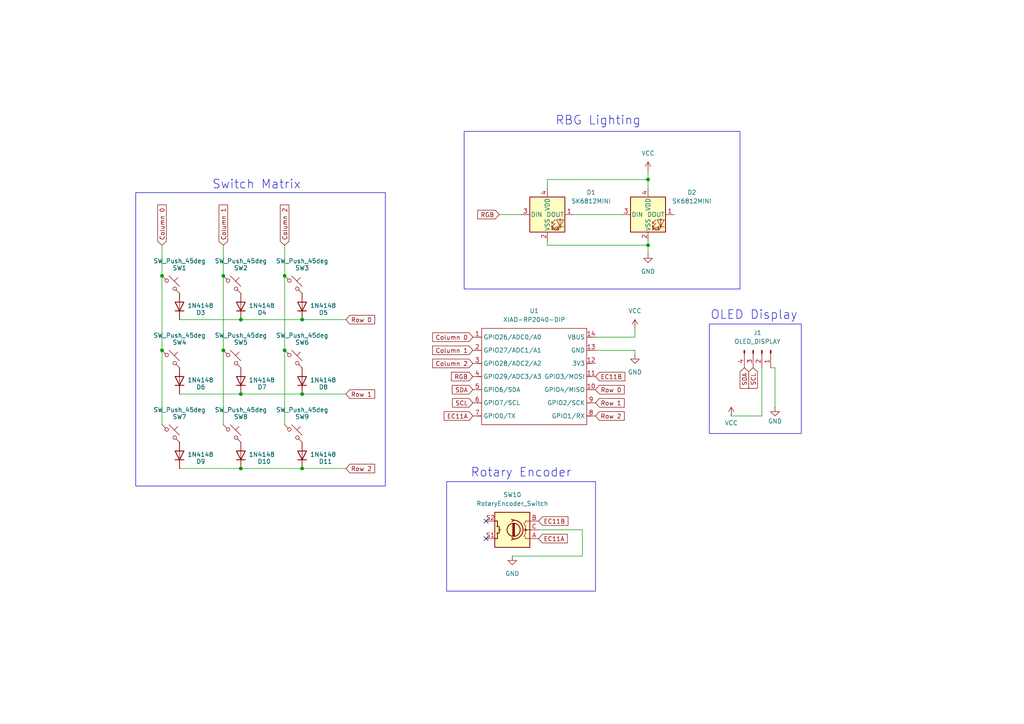
<source format=kicad_sch>
(kicad_sch (version 20250114) (generator "eeschema") (generator_version "9.0")
  (paper "A4")
  (lib_symbols
    (symbol "Connector:Conn_01x04_Pin" (pin_names (offset 1.016) (hide yes))
      (property "Reference" "J" (at 0 5.08 0))
      (property "Value" "Conn_01x04_Pin" (at 0 -7.62 0))
      (symbol "Conn_01x04_Pin_1_1"
        (rectangle (start 0.8636 2.667) (end 0 2.413) (stroke (width 0.1524)) (fill (type outline)))
        (rectangle (start 0.8636 0.127) (end 0 -0.127) (stroke (width 0.1524)) (fill (type outline)))
        (rectangle (start 0.8636 -2.413) (end 0 -2.667) (stroke (width 0.1524)) (fill (type outline)))
        (rectangle (start 0.8636 -4.953) (end 0 -5.207) (stroke (width 0.1524)) (fill (type outline)))
        (polyline (pts (xy 1.27 2.54) (xy 0.8636 2.54)) (stroke (width 0.1524)))
        (polyline (pts (xy 1.27 0) (xy 0.8636 0)) (stroke (width 0.1524)))
        (polyline (pts (xy 1.27 -2.54) (xy 0.8636 -2.54)) (stroke (width 0.1524)))
        (polyline (pts (xy 1.27 -5.08) (xy 0.8636 -5.08)) (stroke (width 0.1524)))
        (pin passive line (at 5.08 2.54 180) (length 3.81) (name "Pin_1") (number "1"))
        (pin passive line (at 5.08 0 180) (length 3.81) (name "Pin_2") (number "2"))
        (pin passive line (at 5.08 -2.54 180) (length 3.81) (name "Pin_3") (number "3"))
        (pin passive line (at 5.08 -5.08 180) (length 3.81) (name "Pin_4") (number "4"))
      )
    )
    (symbol "Device:RotaryEncoder_Switch" (pin_names (offset 0.254) (hide yes))
      (property "Reference" "SW" (at 0 6.604 0))
      (property "Value" "RotaryEncoder_Switch" (at 0 -6.604 0))
      (symbol "RotaryEncoder_Switch_0_1"
        (rectangle (start -5.08 5.08) (end 5.08 -5.08) (stroke (width 0.254)) (fill (type background)))
        (polyline (pts (xy -5.08 2.54) (xy -3.81 2.54) (xy -3.81 2.032)))
        (polyline (pts (xy -5.08 0) (xy -3.81 0) (xy -3.81 -1.016) (xy -3.302 -2.032)))
        (polyline (pts (xy -5.08 -2.54) (xy -3.81 -2.54) (xy -3.81 -2.032)))
        (polyline (pts (xy -4.318 0) (xy -3.81 0) (xy -3.81 1.016) (xy -3.302 2.032)))
        (circle (center -3.81 0) (radius 0.254) (fill (type outline)))
        (polyline (pts (xy -0.635 -1.778) (xy -0.635 1.778)) (stroke (width 0.254)))
        (circle (center -0.381 0) (radius 1.905) (stroke (width 0.254)))
        (polyline (pts (xy -0.381 -1.778) (xy -0.381 1.778)) (stroke (width 0.254)))
        (arc (start -0.381 -2.794) (mid -3.0988 -0.0635) (end -0.381 2.667) (stroke (width 0.254)))
        (polyline (pts (xy -0.127 1.778) (xy -0.127 -1.778)) (stroke (width 0.254)))
        (polyline (pts (xy 0.254 2.921) (xy -0.508 2.667) (xy 0.127 2.286)) (stroke (width 0.254)))
        (polyline (pts (xy 0.254 -3.048) (xy -0.508 -2.794) (xy 0.127 -2.413)) (stroke (width 0.254)))
        (polyline (pts (xy 3.81 1.016) (xy 3.81 -1.016)) (stroke (width 0.254)))
        (polyline (pts (xy 3.81 0) (xy 3.429 0)) (stroke (width 0.254)))
        (circle (center 4.318 1.016) (radius 0.127) (stroke (width 0.254)))
        (circle (center 4.318 -1.016) (radius 0.127) (stroke (width 0.254)))
        (polyline (pts (xy 5.08 2.54) (xy 4.318 2.54) (xy 4.318 1.016)) (stroke (width 0.254)))
        (polyline (pts (xy 5.08 -2.54) (xy 4.318 -2.54) (xy 4.318 -1.016)) (stroke (width 0.254)))
      )
      (symbol "RotaryEncoder_Switch_1_1"
        (pin passive line (at -7.62 2.54 0) (length 2.54) (name "A") (number "A"))
        (pin passive line (at -7.62 0 0) (length 2.54) (name "C") (number "C"))
        (pin passive line (at -7.62 -2.54 0) (length 2.54) (name "B") (number "B"))
        (pin passive line (at 7.62 2.54 180) (length 2.54) (name "S1") (number "S1"))
        (pin passive line (at 7.62 -2.54 180) (length 2.54) (name "S2") (number "S2"))
      )
    )
    (symbol "Diode:1N4148" (pin_numbers (hide yes)) (pin_names (hide yes))
      (property "Reference" "D" (at 0 2.54 0))
      (property "Value" "1N4148" (at 0 -2.54 0))
      (symbol "1N4148_0_1"
        (polyline (pts (xy -1.27 1.27) (xy -1.27 -1.27)) (stroke (width 0.254)))
        (polyline (pts (xy 1.27 1.27) (xy 1.27 -1.27) (xy -1.27 0) (xy 1.27 1.27)) (stroke (width 0.254)))
        (polyline (pts (xy 1.27 0) (xy -1.27 0)))
      )
      (symbol "1N4148_1_1"
        (pin passive line (at -3.81 0 0) (length 2.54) (name "K") (number "1"))
        (pin passive line (at 3.81 0 180) (length 2.54) (name "A") (number "2"))
      )
    )
    (symbol "LED:SK6812MINI" (pin_names (offset 0.254))
      (property "Reference" "D" (at 5.08 5.715 0))
      (property "Value" "SK6812MINI" (at 1.27 -5.715 0))
      (symbol "SK6812MINI_0_0"
        (text "RGB" (at 2.286 -4.191 0) (effects (font (size 0.762 0.762))))
      )
      (symbol "SK6812MINI_0_1"
        (polyline (pts (xy 1.27 -2.54) (xy 1.778 -2.54)))
        (polyline (pts (xy 1.27 -3.556) (xy 1.778 -3.556)))
        (polyline (pts (xy 2.286 -1.524) (xy 1.27 -2.54) (xy 1.27 -2.032)))
        (polyline (pts (xy 2.286 -2.54) (xy 1.27 -3.556) (xy 1.27 -3.048)))
        (polyline (pts (xy 3.683 -1.016) (xy 3.683 -3.556) (xy 3.683 -4.064)))
        (polyline (pts (xy 4.699 -1.524) (xy 2.667 -1.524) (xy 3.683 -3.556) (xy 4.699 -1.524)))
        (polyline (pts (xy 4.699 -3.556) (xy 2.667 -3.556)))
        (rectangle (start 5.08 5.08) (end -5.08 -5.08) (stroke (width 0.254)) (fill (type background)))
      )
      (symbol "SK6812MINI_1_1"
        (pin input line (at -7.62 0 0) (length 2.54) (name "DIN") (number "3"))
        (pin power_in line (at 0 7.62 270) (length 2.54) (name "VDD") (number "4"))
        (pin power_in line (at 0 -7.62 90) (length 2.54) (name "VSS") (number "2"))
        (pin output line (at 7.62 0 180) (length 2.54) (name "DOUT") (number "1"))
      )
    )
    (symbol "OPL:XIAO-RP2040-DIP"
      (property "Reference" "U" (at 0 0 0))
      (property "Value" "XIAO-RP2040-DIP" (at 5.334 -1.778 0))
      (symbol "XIAO-RP2040-DIP_1_0"
        (polyline (pts (xy -1.27 -2.54) (xy 29.21 -2.54)) (stroke (width 0.1524)))
        (polyline (pts (xy -1.27 -5.08) (xy -2.54 -5.08)) (stroke (width 0.1524)))
        (polyline (pts (xy -1.27 -5.08) (xy -1.27 -2.54)) (stroke (width 0.1524)))
        (polyline (pts (xy -1.27 -8.89) (xy -2.54 -8.89)) (stroke (width 0.1524)))
        (polyline (pts (xy -1.27 -8.89) (xy -1.27 -5.08)) (stroke (width 0.1524)))
        (polyline (pts (xy -1.27 -12.7) (xy -2.54 -12.7)) (stroke (width 0.1524)))
        (polyline (pts (xy -1.27 -12.7) (xy -1.27 -8.89)) (stroke (width 0.1524)))
        (polyline (pts (xy -1.27 -16.51) (xy -2.54 -16.51)) (stroke (width 0.1524)))
        (polyline (pts (xy -1.27 -16.51) (xy -1.27 -12.7)) (stroke (width 0.1524)))
        (polyline (pts (xy -1.27 -20.32) (xy -2.54 -20.32)) (stroke (width 0.1524)))
        (polyline (pts (xy -1.27 -24.13) (xy -2.54 -24.13)) (stroke (width 0.1524)))
        (polyline (pts (xy -1.27 -27.94) (xy -2.54 -27.94)) (stroke (width 0.1524)))
        (polyline (pts (xy -1.27 -30.48) (xy -1.27 -16.51)) (stroke (width 0.1524)))
        (polyline (pts (xy 29.21 -2.54) (xy 29.21 -5.08)) (stroke (width 0.1524)))
        (polyline (pts (xy 29.21 -5.08) (xy 29.21 -8.89)) (stroke (width 0.1524)))
        (polyline (pts (xy 29.21 -8.89) (xy 29.21 -12.7)) (stroke (width 0.1524)))
        (polyline (pts (xy 29.21 -12.7) (xy 29.21 -30.48)) (stroke (width 0.1524)))
        (polyline (pts (xy 29.21 -30.48) (xy -1.27 -30.48)) (stroke (width 0.1524)))
        (polyline (pts (xy 30.48 -5.08) (xy 29.21 -5.08)) (stroke (width 0.1524)))
        (polyline (pts (xy 30.48 -8.89) (xy 29.21 -8.89)) (stroke (width 0.1524)))
        (polyline (pts (xy 30.48 -12.7) (xy 29.21 -12.7)) (stroke (width 0.1524)))
        (polyline (pts (xy 30.48 -16.51) (xy 29.21 -16.51)) (stroke (width 0.1524)))
        (polyline (pts (xy 30.48 -20.32) (xy 29.21 -20.32)) (stroke (width 0.1524)))
        (polyline (pts (xy 30.48 -24.13) (xy 29.21 -24.13)) (stroke (width 0.1524)))
        (polyline (pts (xy 30.48 -27.94) (xy 29.21 -27.94)) (stroke (width 0.1524)))
        (pin passive line (at -3.81 -5.08 0) (length 2.54) (name "GPIO26/ADC0/A0") (number "1"))
        (pin passive line (at -3.81 -8.89 0) (length 2.54) (name "GPIO27/ADC1/A1") (number "2"))
        (pin passive line (at -3.81 -12.7 0) (length 2.54) (name "GPIO28/ADC2/A2") (number "3"))
        (pin passive line (at -3.81 -16.51 0) (length 2.54) (name "GPIO29/ADC3/A3") (number "4"))
        (pin passive line (at -3.81 -20.32 0) (length 2.54) (name "GPIO6/SDA") (number "5"))
        (pin passive line (at -3.81 -24.13 0) (length 2.54) (name "GPIO7/SCL") (number "6"))
        (pin passive line (at -3.81 -27.94 0) (length 2.54) (name "GPIO0/TX") (number "7"))
        (pin passive line (at 31.75 -5.08 180) (length 2.54) (name "VBUS") (number "14"))
        (pin passive line (at 31.75 -8.89 180) (length 2.54) (name "GND") (number "13"))
        (pin passive line (at 31.75 -12.7 180) (length 2.54) (name "3V3") (number "12"))
        (pin passive line (at 31.75 -16.51 180) (length 2.54) (name "GPIO3/MOSI") (number "11"))
        (pin passive line (at 31.75 -20.32 180) (length 2.54) (name "GPIO4/MISO") (number "10"))
        (pin passive line (at 31.75 -24.13 180) (length 2.54) (name "GPIO2/SCK") (number "9"))
        (pin passive line (at 31.75 -27.94 180) (length 2.54) (name "GPIO1/RX") (number "8"))
      )
    )
    (symbol "Switch:SW_Push_45deg" (pin_numbers (hide yes)) (pin_names (offset 1.016) (hide yes))
      (property "Reference" "SW" (at 3.048 1.016 0))
      (property "Value" "SW_Push_45deg" (at 0 -3.81 0))
      (symbol "SW_Push_45deg_0_1"
        (polyline (pts (xy -2.54 2.54) (xy -1.524 1.524) (xy -1.524 1.524)))
        (circle (center -1.1684 1.1684) (radius 0.508))
        (polyline (pts (xy -0.508 2.54) (xy 2.54 -0.508)))
        (polyline (pts (xy 1.016 1.016) (xy 2.032 2.032)))
        (circle (center 1.143 -1.1938) (radius 0.508))
        (polyline (pts (xy 1.524 -1.524) (xy 2.54 -2.54) (xy 2.54 -2.54) (xy 2.54 -2.54)))
        (pin passive line (at -2.54 2.54 0) (length 0) (name "1") (number "1"))
        (pin passive line (at 2.54 -2.54 180) (length 0) (name "2") (number "2"))
      )
    )
    (symbol "power:GND" (power) (pin_numbers (hide yes)) (pin_names (offset 0) (hide yes))
      (property "Value" "GND" (at 0 -3.81 0))
      (symbol "GND_0_1"
        (polyline (pts (xy 0 0) (xy 0 -1.27) (xy 1.27 -1.27) (xy 0 -2.54) (xy -1.27 -1.27) (xy 0 -1.27)))
      )
      (symbol "GND_1_1"
        (pin power_in line (at 0 0 270) (length 0) (name "~") (number "1"))
      )
    )
    (symbol "power:VCC" (power) (pin_numbers (hide yes)) (pin_names (offset 0) (hide yes))
      (property "Value" "VCC" (at 0 3.556 0))
      (symbol "VCC_0_1"
        (polyline (pts (xy -0.762 1.27) (xy 0 2.54)))
        (polyline (pts (xy 0 2.54) (xy 0.762 1.27)))
        (polyline (pts (xy 0 0) (xy 0 2.54)))
      )
      (symbol "VCC_1_1"
        (pin power_in line (at 0 0 90) (length 0) (name "~") (number "1"))
      )
    )
  )
  (rectangle (start 134.62 38.1) (end 214.63 83.82))
  (rectangle (start 129.54 139.7) (end 172.72 171.45))
  (rectangle (start 205.74 93.98) (end 232.41 125.73))
  (rectangle (start 39.37 55.88) (end 111.76 140.97))
  (text "Rotary Encoder" (at 151.13 137.16 0) (effects (font (size 2.54 2.54))))
  (text "OLED Display\n" (at 218.694 91.44 0) (effects (font (size 2.54 2.54))))
  (text "Switch Matrix" (at 74.422 53.594 0) (effects (font (size 2.54 2.54))))
  (text "RBG Lighting" (at 173.482 35.052 0) (effects (font (size 2.54 2.54))))
  (junction (at 69.85 92.71))
  (junction (at 187.96 52.07))
  (junction (at 82.55 101.6))
  (junction (at 87.63 92.71))
  (junction (at 64.77 101.6))
  (junction (at 69.85 135.89))
  (junction (at 64.77 80.01))
  (junction (at 46.99 80.01))
  (junction (at 82.55 80.01))
  (junction (at 46.99 101.6))
  (junction (at 87.63 135.89))
  (junction (at 187.96 71.12))
  (junction (at 87.63 114.3))
  (junction (at 69.85 114.3))
  (no_connect (at 140.97 151.13))
  (no_connect (at 140.97 156.21))
  (wire (pts (xy 87.63 114.3) (xy 100.33 114.3)))
  (wire (pts (xy 64.77 80.01) (xy 64.77 101.6)))
  (wire (pts (xy 87.63 92.71) (xy 100.33 92.71)))
  (wire (pts (xy 52.07 92.71) (xy 69.85 92.71)))
  (wire (pts (xy 69.85 114.3) (xy 87.63 114.3)))
  (wire (pts (xy 69.85 135.89) (xy 87.63 135.89)))
  (wire (pts (xy 184.15 97.79) (xy 184.15 95.25)))
  (wire (pts (xy 46.99 80.01) (xy 46.99 101.6)))
  (wire (pts (xy 158.75 71.12) (xy 187.96 71.12)))
  (wire (pts (xy 158.75 52.07) (xy 187.96 52.07)))
  (wire (pts (xy 82.55 71.12) (xy 82.55 80.01)))
  (wire (pts (xy 46.99 101.6) (xy 46.99 123.19)))
  (wire (pts (xy 64.77 101.6) (xy 64.77 123.19)))
  (wire (pts (xy 172.72 101.6) (xy 184.15 101.6)))
  (wire (pts (xy 220.98 106.68) (xy 220.98 120.65)))
  (wire (pts (xy 212.09 120.65) (xy 220.98 120.65)))
  (wire (pts (xy 69.85 92.71) (xy 87.63 92.71)))
  (wire (pts (xy 184.15 101.6) (xy 184.15 102.87)))
  (wire (pts (xy 151.13 62.23) (xy 144.78 62.23)))
  (wire (pts (xy 172.72 97.79) (xy 184.15 97.79)))
  (wire (pts (xy 82.55 101.6) (xy 82.55 123.19)))
  (wire (pts (xy 156.21 153.67) (xy 168.91 153.67)))
  (wire (pts (xy 224.79 106.68) (xy 224.79 118.11)))
  (wire (pts (xy 187.96 71.12) (xy 187.96 73.66)))
  (wire (pts (xy 46.99 71.12) (xy 46.99 80.01)))
  (wire (pts (xy 158.75 69.85) (xy 158.75 71.12)))
  (wire (pts (xy 52.07 114.3) (xy 69.85 114.3)))
  (wire (pts (xy 168.91 153.67) (xy 168.91 161.29)))
  (wire (pts (xy 52.07 135.89) (xy 69.85 135.89)))
  (wire (pts (xy 82.55 80.01) (xy 82.55 101.6)))
  (wire (pts (xy 158.75 54.61) (xy 158.75 52.07)))
  (wire (pts (xy 166.37 62.23) (xy 180.34 62.23)))
  (wire (pts (xy 224.79 106.68) (xy 223.52 106.68)))
  (wire (pts (xy 187.96 52.07) (xy 187.96 54.61)))
  (wire (pts (xy 64.77 71.12) (xy 64.77 80.01)))
  (wire (pts (xy 187.96 69.85) (xy 187.96 71.12)))
  (wire (pts (xy 100.33 135.89) (xy 87.63 135.89)))
  (wire (pts (xy 187.96 49.53) (xy 187.96 52.07)))
  (wire (pts (xy 168.91 161.29) (xy 148.59 161.29)))
  (global_label "RGB" (shape input) (at 144.78 62.23 180) (property "Intersheetrefs" "${INTERSHEET_REFS}" (effects (hide yes))))
  (global_label "Column 1" (shape input) (at 137.16 101.6 180) (property "Intersheetrefs" "${INTERSHEET_REFS}" (effects (hide yes))))
  (global_label "Row 0" (shape input) (at 100.33 92.71 0) (property "Intersheetrefs" "${INTERSHEET_REFS}" (effects (hide yes))))
  (global_label "EC11A" (shape input) (at 156.21 156.21 0) (property "Intersheetrefs" "${INTERSHEET_REFS}" (effects (hide yes))))
  (global_label "EC11B" (shape input) (at 156.21 151.13 0) (property "Intersheetrefs" "${INTERSHEET_REFS}" (effects (hide yes))))
  (global_label "Column 0" (shape input) (at 137.16 97.79 180) (property "Intersheetrefs" "${INTERSHEET_REFS}" (effects (hide yes))))
  (global_label "Row 1" (shape input) (at 172.72 116.84 0) (property "Intersheetrefs" "${INTERSHEET_REFS}" (effects (hide yes))))
  (global_label "Row 0" (shape input) (at 172.72 113.03 0) (property "Intersheetrefs" "${INTERSHEET_REFS}" (effects (hide yes))))
  (global_label "EC11A" (shape input) (at 137.16 120.65 180) (property "Intersheetrefs" "${INTERSHEET_REFS}" (effects (hide yes))))
  (global_label "RGB" (shape input) (at 137.16 109.22 180) (property "Intersheetrefs" "${INTERSHEET_REFS}" (effects (hide yes))))
  (global_label "Row 2" (shape input) (at 100.33 135.89 0) (property "Intersheetrefs" "${INTERSHEET_REFS}" (effects (hide yes))))
  (global_label "Column 1" (shape input) (at 64.77 71.12 90) (property "Intersheetrefs" "${INTERSHEET_REFS}" (effects (hide yes))))
  (global_label "Column 2" (shape input) (at 137.16 105.41 180) (property "Intersheetrefs" "${INTERSHEET_REFS}" (effects (hide yes))))
  (global_label "SCL" (shape input) (at 218.44 106.68 270) (property "Intersheetrefs" "${INTERSHEET_REFS}" (effects (hide yes))))
  (global_label "SDA" (shape input) (at 215.9 106.68 270) (property "Intersheetrefs" "${INTERSHEET_REFS}" (effects (hide yes))))
  (global_label "Column 2" (shape input) (at 82.55 71.12 90) (property "Intersheetrefs" "${INTERSHEET_REFS}" (effects (hide yes))))
  (global_label "Column 0" (shape input) (at 46.99 71.12 90) (property "Intersheetrefs" "${INTERSHEET_REFS}" (effects (hide yes))))
  (global_label "Row 1" (shape input) (at 100.33 114.3 0) (property "Intersheetrefs" "${INTERSHEET_REFS}" (effects (hide yes))))
  (global_label "Row 2" (shape input) (at 172.72 120.65 0) (property "Intersheetrefs" "${INTERSHEET_REFS}" (effects (hide yes))))
  (global_label "SCL" (shape input) (at 137.16 116.84 180) (property "Intersheetrefs" "${INTERSHEET_REFS}" (effects (hide yes))))
  (global_label "EC11B" (shape input) (at 172.72 109.22 0) (property "Intersheetrefs" "${INTERSHEET_REFS}" (effects (hide yes))))
  (global_label "SDA" (shape input) (at 137.16 113.03 180) (property "Intersheetrefs" "${INTERSHEET_REFS}" (effects (hide yes))))
  (symbol (lib_id "Diode:1N4148") (at 87.63 88.9 90) (unit 1)
    (property "Reference" "D5" (at 92.456 90.678 90) (effects (justify right)))
    (property "Value" "1N4148" (at 89.916 88.646 90) (effects (justify right)))
    (property "Footprint" "Diode_THT:D_DO-35_SOD27_P7.62mm_Horizontal" (effects (hide yes)))
    (property "Datasheet" "https://assets.nexperia.com/documents/data-sheet/1N4148_1N4448.pdf" (effects (hide yes)))
    (property "Description" "100V 0.15A standard switching diode, DO-35" (effects (hide yes)))
    (property "Sim.Device" "D" (effects (hide yes)))
    (property "Sim.Pins" "1=K 2=A" (effects (hide yes)))
  )
  (symbol (lib_id "Switch:SW_Push_45deg") (at 85.09 104.14 0) (unit 1)
    (property "Reference" "SW6" (at 87.63 99.314 0))
    (property "Value" "SW_Push_45deg" (at 87.63 97.282 0))
    (property "Footprint" "Button_Switch_Keyboard:SW_Cherry_MX_1.00u_PCB" (effects (hide yes)))
    (property "Description" "Push button switch, normally open, two pins, 45° tilted" (effects (hide yes)))
  )
  (symbol (lib_id "Connector:Conn_01x04_Pin") (at 220.98 101.6 270) (unit 1)
    (property "Reference" "J1" (at 219.71 96.52 90))
    (property "Value" "OLED_DISPLAY" (at 219.71 99.06 90))
    (property "Footprint" "OledScreen:SSD1306-0.91-OLED-4pin-128x32" (effects (hide yes)))
    (property "Description" "Generic connector, single row, 01x04, script generated" (effects (hide yes)))
  )
  (symbol (lib_id "Device:RotaryEncoder_Switch") (at 148.59 153.67 180) (unit 1)
    (property "Reference" "SW10" (at 148.59 143.51 0))
    (property "Value" "RotaryEncoder_Switch" (at 148.59 146.05 0))
    (property "Footprint" "RotaryEncoders:RotaryEncoder_Alps_EC11E-Switch_Vertical_H20mm" (effects (hide yes)))
    (property "Description" "Rotary encoder, dual channel, incremental quadrate outputs, with switch" (effects (hide yes)))
  )
  (symbol (lib_id "power:VCC") (at 184.15 95.25 0) (unit 1)
    (property "Reference" "#PWR06" (effects (hide yes)))
    (property "Value" "VCC" (at 184.15 90.17 0))
    (property "Description" "Power symbol creates a global label with name \"VCC\"" (effects (hide yes)))
  )
  (symbol (lib_id "Diode:1N4148") (at 52.07 110.49 90) (unit 1)
    (property "Reference" "D6" (at 56.896 112.268 90) (effects (justify right)))
    (property "Value" "1N4148" (at 54.356 110.236 90) (effects (justify right)))
    (property "Footprint" "Diode_THT:D_DO-35_SOD27_P7.62mm_Horizontal" (effects (hide yes)))
    (property "Datasheet" "https://assets.nexperia.com/documents/data-sheet/1N4148_1N4448.pdf" (effects (hide yes)))
    (property "Description" "100V 0.15A standard switching diode, DO-35" (effects (hide yes)))
    (property "Sim.Device" "D" (effects (hide yes)))
    (property "Sim.Pins" "1=K 2=A" (effects (hide yes)))
  )
  (symbol (lib_id "Diode:1N4148") (at 69.85 132.08 90) (unit 1)
    (property "Reference" "D10" (at 74.676 133.858 90) (effects (justify right)))
    (property "Value" "1N4148" (at 72.136 131.826 90) (effects (justify right)))
    (property "Footprint" "Diode_THT:D_DO-35_SOD27_P7.62mm_Horizontal" (effects (hide yes)))
    (property "Datasheet" "https://assets.nexperia.com/documents/data-sheet/1N4148_1N4448.pdf" (effects (hide yes)))
    (property "Description" "100V 0.15A standard switching diode, DO-35" (effects (hide yes)))
    (property "Sim.Device" "D" (effects (hide yes)))
    (property "Sim.Pins" "1=K 2=A" (effects (hide yes)))
  )
  (symbol (lib_id "power:GND") (at 187.96 73.66 0) (unit 1)
    (property "Reference" "#PWR02" (effects (hide yes)))
    (property "Value" "GND" (at 187.96 78.74 0))
    (property "Description" "Power symbol creates a global label with name \"GND\" , ground" (effects (hide yes)))
  )
  (symbol (lib_id "Switch:SW_Push_45deg") (at 67.31 125.73 0) (unit 1)
    (property "Reference" "SW8" (at 69.85 120.904 0))
    (property "Value" "SW_Push_45deg" (at 69.85 118.872 0))
    (property "Footprint" "Button_Switch_Keyboard:SW_Cherry_MX_1.00u_PCB" (effects (hide yes)))
    (property "Description" "Push button switch, normally open, two pins, 45° tilted" (effects (hide yes)))
  )
  (symbol (lib_id "Diode:1N4148") (at 87.63 110.49 90) (unit 1)
    (property "Reference" "D8" (at 92.456 112.268 90) (effects (justify right)))
    (property "Value" "1N4148" (at 89.916 110.236 90) (effects (justify right)))
    (property "Footprint" "Diode_THT:D_DO-35_SOD27_P7.62mm_Horizontal" (effects (hide yes)))
    (property "Datasheet" "https://assets.nexperia.com/documents/data-sheet/1N4148_1N4448.pdf" (effects (hide yes)))
    (property "Description" "100V 0.15A standard switching diode, DO-35" (effects (hide yes)))
    (property "Sim.Device" "D" (effects (hide yes)))
    (property "Sim.Pins" "1=K 2=A" (effects (hide yes)))
  )
  (symbol (lib_id "Diode:1N4148") (at 52.07 88.9 90) (unit 1)
    (property "Reference" "D3" (at 56.896 90.678 90) (effects (justify right)))
    (property "Value" "1N4148" (at 54.356 88.646 90) (effects (justify right)))
    (property "Footprint" "Diode_THT:D_DO-35_SOD27_P7.62mm_Horizontal" (effects (hide yes)))
    (property "Datasheet" "https://assets.nexperia.com/documents/data-sheet/1N4148_1N4448.pdf" (effects (hide yes)))
    (property "Description" "100V 0.15A standard switching diode, DO-35" (effects (hide yes)))
    (property "Sim.Device" "D" (effects (hide yes)))
    (property "Sim.Pins" "1=K 2=A" (effects (hide yes)))
  )
  (symbol (lib_id "Switch:SW_Push_45deg") (at 49.53 82.55 0) (unit 1)
    (property "Reference" "SW1" (at 52.07 77.724 0))
    (property "Value" "SW_Push_45deg" (at 52.07 75.692 0))
    (property "Footprint" "Button_Switch_Keyboard:SW_Cherry_MX_1.00u_PCB" (effects (hide yes)))
    (property "Description" "Push button switch, normally open, two pins, 45° tilted" (effects (hide yes)))
  )
  (symbol (lib_id "Diode:1N4148") (at 52.07 132.08 90) (unit 1)
    (property "Reference" "D9" (at 56.896 133.858 90) (effects (justify right)))
    (property "Value" "1N4148" (at 54.356 131.826 90) (effects (justify right)))
    (property "Footprint" "Diode_THT:D_DO-35_SOD27_P7.62mm_Horizontal" (effects (hide yes)))
    (property "Datasheet" "https://assets.nexperia.com/documents/data-sheet/1N4148_1N4448.pdf" (effects (hide yes)))
    (property "Description" "100V 0.15A standard switching diode, DO-35" (effects (hide yes)))
    (property "Sim.Device" "D" (effects (hide yes)))
    (property "Sim.Pins" "1=K 2=A" (effects (hide yes)))
  )
  (symbol (lib_id "Diode:1N4148") (at 69.85 110.49 90) (unit 1)
    (property "Reference" "D7" (at 74.676 112.268 90) (effects (justify right)))
    (property "Value" "1N4148" (at 72.136 110.236 90) (effects (justify right)))
    (property "Footprint" "Diode_THT:D_DO-35_SOD27_P7.62mm_Horizontal" (effects (hide yes)))
    (property "Datasheet" "https://assets.nexperia.com/documents/data-sheet/1N4148_1N4448.pdf" (effects (hide yes)))
    (property "Description" "100V 0.15A standard switching diode, DO-35" (effects (hide yes)))
    (property "Sim.Device" "D" (effects (hide yes)))
    (property "Sim.Pins" "1=K 2=A" (effects (hide yes)))
  )
  (symbol (lib_id "Switch:SW_Push_45deg") (at 85.09 82.55 0) (unit 1)
    (property "Reference" "SW3" (at 87.63 77.724 0))
    (property "Value" "SW_Push_45deg" (at 87.63 75.692 0))
    (property "Footprint" "Button_Switch_Keyboard:SW_Cherry_MX_1.00u_PCB" (effects (hide yes)))
    (property "Description" "Push button switch, normally open, two pins, 45° tilted" (effects (hide yes)))
  )
  (symbol (lib_id "LED:SK6812MINI") (at 158.75 62.23 0) (unit 1)
    (property "Reference" "D1" (at 171.45 55.8098 0))
    (property "Value" "SK6812MINI" (at 171.45 58.3498 0))
    (property "Footprint" "LED_SMD:LED_SK6812MINI_PLCC4_3.5x3.5mm_P1.75mm" (effects (hide yes)))
    (property "Datasheet" "https://cdn-shop.adafruit.com/product-files/2686/SK6812MINI_REV.01-1-2.pdf" (effects (hide yes)))
    (property "Description" "RGB LED with integrated controller" (effects (hide yes)))
  )
  (symbol (lib_id "Switch:SW_Push_45deg") (at 67.31 82.55 0) (unit 1)
    (property "Reference" "SW2" (at 69.85 77.724 0))
    (property "Value" "SW_Push_45deg" (at 69.85 75.692 0))
    (property "Footprint" "Button_Switch_Keyboard:SW_Cherry_MX_1.00u_PCB" (effects (hide yes)))
    (property "Description" "Push button switch, normally open, two pins, 45° tilted" (effects (hide yes)))
  )
  (symbol (lib_id "power:VCC") (at 212.09 120.65 0) (unit 1)
    (property "Reference" "#PWR04" (effects (hide yes)))
    (property "Value" "VCC" (at 212.09 122.682 0))
    (property "Description" "Power symbol creates a global label with name \"VCC\"" (effects (hide yes)))
  )
  (symbol (lib_id "power:GND") (at 224.79 118.11 0) (unit 1)
    (property "Reference" "#PWR01" (effects (hide yes)))
    (property "Value" "GND" (at 224.79 122.174 0))
    (property "Description" "Power symbol creates a global label with name \"GND\" , ground" (effects (hide yes)))
  )
  (symbol (lib_id "LED:SK6812MINI") (at 187.96 62.23 0) (unit 1)
    (property "Reference" "D2" (at 200.66 55.8098 0))
    (property "Value" "SK6812MINI" (at 200.66 58.3498 0))
    (property "Footprint" "LED_SMD:LED_SK6812MINI_PLCC4_3.5x3.5mm_P1.75mm" (effects (hide yes)))
    (property "Datasheet" "https://cdn-shop.adafruit.com/product-files/2686/SK6812MINI_REV.01-1-2.pdf" (effects (hide yes)))
    (property "Description" "RGB LED with integrated controller" (effects (hide yes)))
  )
  (symbol (lib_id "power:VCC") (at 187.96 49.53 0) (unit 1)
    (property "Reference" "#PWR03" (effects (hide yes)))
    (property "Value" "VCC" (at 187.96 44.45 0))
    (property "Description" "Power symbol creates a global label with name \"VCC\"" (effects (hide yes)))
  )
  (symbol (lib_id "Diode:1N4148") (at 69.85 88.9 90) (unit 1)
    (property "Reference" "D4" (at 74.676 90.678 90) (effects (justify right)))
    (property "Value" "1N4148" (at 72.136 88.646 90) (effects (justify right)))
    (property "Footprint" "Diode_THT:D_DO-35_SOD27_P7.62mm_Horizontal" (effects (hide yes)))
    (property "Datasheet" "https://assets.nexperia.com/documents/data-sheet/1N4148_1N4448.pdf" (effects (hide yes)))
    (property "Description" "100V 0.15A standard switching diode, DO-35" (effects (hide yes)))
    (property "Sim.Device" "D" (effects (hide yes)))
    (property "Sim.Pins" "1=K 2=A" (effects (hide yes)))
  )
  (symbol (lib_id "power:GND") (at 148.59 161.29 0) (unit 1)
    (property "Reference" "#PWR05" (effects (hide yes)))
    (property "Value" "GND" (at 148.59 166.37 0))
    (property "Description" "Power symbol creates a global label with name \"GND\" , ground" (effects (hide yes)))
  )
  (symbol (lib_id "power:GND") (at 184.15 102.87 0) (unit 1)
    (property "Reference" "#PWR07" (effects (hide yes)))
    (property "Value" "GND" (at 184.15 107.95 0))
    (property "Description" "Power symbol creates a global label with name \"GND\" , ground" (effects (hide yes)))
  )
  (symbol (lib_id "Diode:1N4148") (at 87.63 132.08 90) (unit 1)
    (property "Reference" "D11" (at 92.456 133.858 90) (effects (justify right)))
    (property "Value" "1N4148" (at 89.916 131.826 90) (effects (justify right)))
    (property "Footprint" "Diode_THT:D_DO-35_SOD27_P7.62mm_Horizontal" (effects (hide yes)))
    (property "Datasheet" "https://assets.nexperia.com/documents/data-sheet/1N4148_1N4448.pdf" (effects (hide yes)))
    (property "Description" "100V 0.15A standard switching diode, DO-35" (effects (hide yes)))
    (property "Sim.Device" "D" (effects (hide yes)))
    (property "Sim.Pins" "1=K 2=A" (effects (hide yes)))
  )
  (symbol (lib_id "Switch:SW_Push_45deg") (at 49.53 104.14 0) (unit 1)
    (property "Reference" "SW4" (at 52.07 99.314 0))
    (property "Value" "SW_Push_45deg" (at 52.07 97.282 0))
    (property "Footprint" "Button_Switch_Keyboard:SW_Cherry_MX_1.00u_PCB" (effects (hide yes)))
    (property "Description" "Push button switch, normally open, two pins, 45° tilted" (effects (hide yes)))
  )
  (symbol (lib_id "Switch:SW_Push_45deg") (at 85.09 125.73 0) (unit 1)
    (property "Reference" "SW9" (at 87.63 120.904 0))
    (property "Value" "SW_Push_45deg" (at 87.63 118.872 0))
    (property "Footprint" "Button_Switch_Keyboard:SW_Cherry_MX_1.00u_PCB" (effects (hide yes)))
    (property "Description" "Push button switch, normally open, two pins, 45° tilted" (effects (hide yes)))
  )
  (symbol (lib_id "Switch:SW_Push_45deg") (at 67.31 104.14 0) (unit 1)
    (property "Reference" "SW5" (at 69.85 99.314 0))
    (property "Value" "SW_Push_45deg" (at 69.85 97.282 0))
    (property "Footprint" "Button_Switch_Keyboard:SW_Cherry_MX_1.00u_PCB" (effects (hide yes)))
    (property "Description" "Push button switch, normally open, two pins, 45° tilted" (effects (hide yes)))
  )
  (symbol (lib_id "OPL:XIAO-RP2040-DIP") (at 140.97 92.71 0) (unit 1)
    (property "Reference" "U1" (at 154.94 90.17 0))
    (property "Value" "XIAO-RP2040-DIP" (at 154.94 92.71 0))
    (property "Footprint" "OPL:XIAO-RP2040-DIP" (effects (hide yes)))
  )
  (symbol (lib_id "Switch:SW_Push_45deg") (at 49.53 125.73 0) (unit 1)
    (property "Reference" "SW7" (at 52.07 120.904 0))
    (property "Value" "SW_Push_45deg" (at 52.07 118.872 0))
    (property "Footprint" "Button_Switch_Keyboard:SW_Cherry_MX_1.00u_PCB" (effects (hide yes)))
    (property "Description" "Push button switch, normally open, two pins, 45° tilted" (effects (hide yes)))
  )
)
</source>
